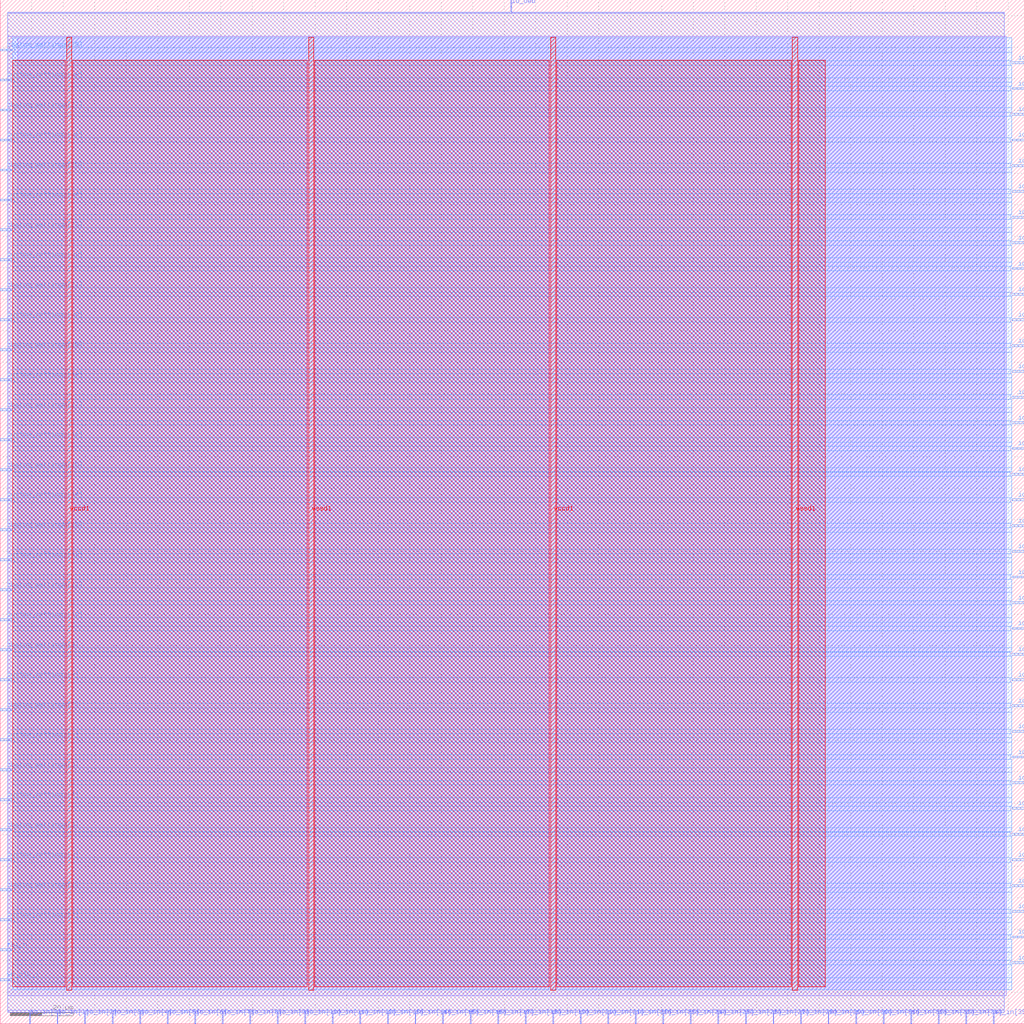
<source format=lef>
VERSION 5.7 ;
  NOWIREEXTENSIONATPIN ON ;
  DIVIDERCHAR "/" ;
  BUSBITCHARS "[]" ;
MACRO wrapped_as1802
  CLASS BLOCK ;
  FOREIGN wrapped_as1802 ;
  ORIGIN 0.000 0.000 ;
  SIZE 325.000 BY 325.000 ;
  PIN custom_settings[0]
    DIRECTION INPUT ;
    USE SIGNAL ;
    ANTENNAGATEAREA 0.196500 ;
    PORT
      LAYER met3 ;
        RECT 0.000 32.680 4.000 33.280 ;
    END
  END custom_settings[0]
  PIN custom_settings[10]
    DIRECTION INPUT ;
    USE SIGNAL ;
    ANTENNAGATEAREA 0.126000 ;
    PORT
      LAYER met3 ;
        RECT 0.000 127.880 4.000 128.480 ;
    END
  END custom_settings[10]
  PIN custom_settings[11]
    DIRECTION INPUT ;
    USE SIGNAL ;
    ANTENNAGATEAREA 0.196500 ;
    PORT
      LAYER met3 ;
        RECT 0.000 137.400 4.000 138.000 ;
    END
  END custom_settings[11]
  PIN custom_settings[12]
    DIRECTION INPUT ;
    USE SIGNAL ;
    ANTENNAGATEAREA 0.196500 ;
    PORT
      LAYER met3 ;
        RECT 0.000 146.920 4.000 147.520 ;
    END
  END custom_settings[12]
  PIN custom_settings[13]
    DIRECTION INPUT ;
    USE SIGNAL ;
    ANTENNAGATEAREA 0.196500 ;
    PORT
      LAYER met3 ;
        RECT 0.000 156.440 4.000 157.040 ;
    END
  END custom_settings[13]
  PIN custom_settings[14]
    DIRECTION INPUT ;
    USE SIGNAL ;
    ANTENNAGATEAREA 0.196500 ;
    PORT
      LAYER met3 ;
        RECT 0.000 165.960 4.000 166.560 ;
    END
  END custom_settings[14]
  PIN custom_settings[15]
    DIRECTION INPUT ;
    USE SIGNAL ;
    ANTENNAGATEAREA 0.196500 ;
    PORT
      LAYER met3 ;
        RECT 0.000 175.480 4.000 176.080 ;
    END
  END custom_settings[15]
  PIN custom_settings[16]
    DIRECTION INPUT ;
    USE SIGNAL ;
    ANTENNAGATEAREA 0.196500 ;
    PORT
      LAYER met3 ;
        RECT 0.000 185.000 4.000 185.600 ;
    END
  END custom_settings[16]
  PIN custom_settings[17]
    DIRECTION INPUT ;
    USE SIGNAL ;
    ANTENNAGATEAREA 0.126000 ;
    PORT
      LAYER met3 ;
        RECT 0.000 194.520 4.000 195.120 ;
    END
  END custom_settings[17]
  PIN custom_settings[18]
    DIRECTION INPUT ;
    USE SIGNAL ;
    ANTENNAGATEAREA 0.213000 ;
    PORT
      LAYER met3 ;
        RECT 0.000 204.040 4.000 204.640 ;
    END
  END custom_settings[18]
  PIN custom_settings[19]
    DIRECTION INPUT ;
    USE SIGNAL ;
    ANTENNAGATEAREA 0.213000 ;
    PORT
      LAYER met3 ;
        RECT 0.000 213.560 4.000 214.160 ;
    END
  END custom_settings[19]
  PIN custom_settings[1]
    DIRECTION INPUT ;
    USE SIGNAL ;
    ANTENNAGATEAREA 0.196500 ;
    PORT
      LAYER met3 ;
        RECT 0.000 42.200 4.000 42.800 ;
    END
  END custom_settings[1]
  PIN custom_settings[20]
    DIRECTION INPUT ;
    USE SIGNAL ;
    ANTENNAGATEAREA 0.196500 ;
    PORT
      LAYER met3 ;
        RECT 0.000 223.080 4.000 223.680 ;
    END
  END custom_settings[20]
  PIN custom_settings[21]
    DIRECTION INPUT ;
    USE SIGNAL ;
    ANTENNAGATEAREA 0.196500 ;
    PORT
      LAYER met3 ;
        RECT 0.000 232.600 4.000 233.200 ;
    END
  END custom_settings[21]
  PIN custom_settings[22]
    DIRECTION INPUT ;
    USE SIGNAL ;
    ANTENNAGATEAREA 0.126000 ;
    PORT
      LAYER met3 ;
        RECT 0.000 242.120 4.000 242.720 ;
    END
  END custom_settings[22]
  PIN custom_settings[23]
    DIRECTION INPUT ;
    USE SIGNAL ;
    ANTENNAGATEAREA 0.126000 ;
    PORT
      LAYER met3 ;
        RECT 0.000 251.640 4.000 252.240 ;
    END
  END custom_settings[23]
  PIN custom_settings[24]
    DIRECTION INPUT ;
    USE SIGNAL ;
    ANTENNAGATEAREA 0.196500 ;
    PORT
      LAYER met3 ;
        RECT 0.000 261.160 4.000 261.760 ;
    END
  END custom_settings[24]
  PIN custom_settings[25]
    DIRECTION INPUT ;
    USE SIGNAL ;
    ANTENNAGATEAREA 0.196500 ;
    PORT
      LAYER met3 ;
        RECT 0.000 270.680 4.000 271.280 ;
    END
  END custom_settings[25]
  PIN custom_settings[26]
    DIRECTION INPUT ;
    USE SIGNAL ;
    ANTENNAGATEAREA 0.213000 ;
    PORT
      LAYER met3 ;
        RECT 0.000 280.200 4.000 280.800 ;
    END
  END custom_settings[26]
  PIN custom_settings[27]
    DIRECTION INPUT ;
    USE SIGNAL ;
    ANTENNAGATEAREA 0.196500 ;
    PORT
      LAYER met3 ;
        RECT 0.000 289.720 4.000 290.320 ;
    END
  END custom_settings[27]
  PIN custom_settings[28]
    DIRECTION INPUT ;
    USE SIGNAL ;
    ANTENNAGATEAREA 0.159000 ;
    PORT
      LAYER met3 ;
        RECT 0.000 299.240 4.000 299.840 ;
    END
  END custom_settings[28]
  PIN custom_settings[29]
    DIRECTION INPUT ;
    USE SIGNAL ;
    ANTENNAGATEAREA 0.159000 ;
    PORT
      LAYER met3 ;
        RECT 0.000 308.760 4.000 309.360 ;
    END
  END custom_settings[29]
  PIN custom_settings[2]
    DIRECTION INPUT ;
    USE SIGNAL ;
    ANTENNAGATEAREA 0.126000 ;
    PORT
      LAYER met3 ;
        RECT 0.000 51.720 4.000 52.320 ;
    END
  END custom_settings[2]
  PIN custom_settings[3]
    DIRECTION INPUT ;
    USE SIGNAL ;
    ANTENNAGATEAREA 0.196500 ;
    PORT
      LAYER met3 ;
        RECT 0.000 61.240 4.000 61.840 ;
    END
  END custom_settings[3]
  PIN custom_settings[4]
    DIRECTION INPUT ;
    USE SIGNAL ;
    ANTENNAGATEAREA 0.196500 ;
    PORT
      LAYER met3 ;
        RECT 0.000 70.760 4.000 71.360 ;
    END
  END custom_settings[4]
  PIN custom_settings[5]
    DIRECTION INPUT ;
    USE SIGNAL ;
    ANTENNAGATEAREA 0.196500 ;
    PORT
      LAYER met3 ;
        RECT 0.000 80.280 4.000 80.880 ;
    END
  END custom_settings[5]
  PIN custom_settings[6]
    DIRECTION INPUT ;
    USE SIGNAL ;
    ANTENNAGATEAREA 0.126000 ;
    PORT
      LAYER met3 ;
        RECT 0.000 89.800 4.000 90.400 ;
    END
  END custom_settings[6]
  PIN custom_settings[7]
    DIRECTION INPUT ;
    USE SIGNAL ;
    ANTENNAGATEAREA 0.196500 ;
    PORT
      LAYER met3 ;
        RECT 0.000 99.320 4.000 99.920 ;
    END
  END custom_settings[7]
  PIN custom_settings[8]
    DIRECTION INPUT ;
    USE SIGNAL ;
    ANTENNAGATEAREA 0.126000 ;
    PORT
      LAYER met3 ;
        RECT 0.000 108.840 4.000 109.440 ;
    END
  END custom_settings[8]
  PIN custom_settings[9]
    DIRECTION INPUT ;
    USE SIGNAL ;
    ANTENNAGATEAREA 0.196500 ;
    PORT
      LAYER met3 ;
        RECT 0.000 118.360 4.000 118.960 ;
    END
  END custom_settings[9]
  PIN io_in[0]
    DIRECTION INPUT ;
    USE SIGNAL ;
    PORT
      LAYER met2 ;
        RECT 9.290 0.000 9.570 4.000 ;
    END
  END io_in[0]
  PIN io_in[10]
    DIRECTION INPUT ;
    USE SIGNAL ;
    PORT
      LAYER met2 ;
        RECT 96.690 0.000 96.970 4.000 ;
    END
  END io_in[10]
  PIN io_in[11]
    DIRECTION INPUT ;
    USE SIGNAL ;
    ANTENNAGATEAREA 0.213000 ;
    PORT
      LAYER met2 ;
        RECT 105.430 0.000 105.710 4.000 ;
    END
  END io_in[11]
  PIN io_in[12]
    DIRECTION INPUT ;
    USE SIGNAL ;
    ANTENNAGATEAREA 0.213000 ;
    PORT
      LAYER met2 ;
        RECT 114.170 0.000 114.450 4.000 ;
    END
  END io_in[12]
  PIN io_in[13]
    DIRECTION INPUT ;
    USE SIGNAL ;
    ANTENNAGATEAREA 0.213000 ;
    PORT
      LAYER met2 ;
        RECT 122.910 0.000 123.190 4.000 ;
    END
  END io_in[13]
  PIN io_in[14]
    DIRECTION INPUT ;
    USE SIGNAL ;
    ANTENNAGATEAREA 0.213000 ;
    PORT
      LAYER met2 ;
        RECT 131.650 0.000 131.930 4.000 ;
    END
  END io_in[14]
  PIN io_in[15]
    DIRECTION INPUT ;
    USE SIGNAL ;
    ANTENNAGATEAREA 0.213000 ;
    PORT
      LAYER met2 ;
        RECT 140.390 0.000 140.670 4.000 ;
    END
  END io_in[15]
  PIN io_in[16]
    DIRECTION INPUT ;
    USE SIGNAL ;
    ANTENNAGATEAREA 0.213000 ;
    PORT
      LAYER met2 ;
        RECT 149.130 0.000 149.410 4.000 ;
    END
  END io_in[16]
  PIN io_in[17]
    DIRECTION INPUT ;
    USE SIGNAL ;
    ANTENNAGATEAREA 0.213000 ;
    PORT
      LAYER met2 ;
        RECT 157.870 0.000 158.150 4.000 ;
    END
  END io_in[17]
  PIN io_in[18]
    DIRECTION INPUT ;
    USE SIGNAL ;
    ANTENNAGATEAREA 0.213000 ;
    PORT
      LAYER met2 ;
        RECT 166.610 0.000 166.890 4.000 ;
    END
  END io_in[18]
  PIN io_in[19]
    DIRECTION INPUT ;
    USE SIGNAL ;
    PORT
      LAYER met2 ;
        RECT 175.350 0.000 175.630 4.000 ;
    END
  END io_in[19]
  PIN io_in[1]
    DIRECTION INPUT ;
    USE SIGNAL ;
    PORT
      LAYER met2 ;
        RECT 18.030 0.000 18.310 4.000 ;
    END
  END io_in[1]
  PIN io_in[20]
    DIRECTION INPUT ;
    USE SIGNAL ;
    PORT
      LAYER met2 ;
        RECT 184.090 0.000 184.370 4.000 ;
    END
  END io_in[20]
  PIN io_in[21]
    DIRECTION INPUT ;
    USE SIGNAL ;
    PORT
      LAYER met2 ;
        RECT 192.830 0.000 193.110 4.000 ;
    END
  END io_in[21]
  PIN io_in[22]
    DIRECTION INPUT ;
    USE SIGNAL ;
    PORT
      LAYER met2 ;
        RECT 201.570 0.000 201.850 4.000 ;
    END
  END io_in[22]
  PIN io_in[23]
    DIRECTION INPUT ;
    USE SIGNAL ;
    PORT
      LAYER met2 ;
        RECT 210.310 0.000 210.590 4.000 ;
    END
  END io_in[23]
  PIN io_in[24]
    DIRECTION INPUT ;
    USE SIGNAL ;
    PORT
      LAYER met2 ;
        RECT 219.050 0.000 219.330 4.000 ;
    END
  END io_in[24]
  PIN io_in[25]
    DIRECTION INPUT ;
    USE SIGNAL ;
    ANTENNAGATEAREA 0.196500 ;
    PORT
      LAYER met2 ;
        RECT 227.790 0.000 228.070 4.000 ;
    END
  END io_in[25]
  PIN io_in[26]
    DIRECTION INPUT ;
    USE SIGNAL ;
    ANTENNAGATEAREA 0.196500 ;
    PORT
      LAYER met2 ;
        RECT 236.530 0.000 236.810 4.000 ;
    END
  END io_in[26]
  PIN io_in[27]
    DIRECTION INPUT ;
    USE SIGNAL ;
    ANTENNAGATEAREA 0.196500 ;
    PORT
      LAYER met2 ;
        RECT 245.270 0.000 245.550 4.000 ;
    END
  END io_in[27]
  PIN io_in[28]
    DIRECTION INPUT ;
    USE SIGNAL ;
    ANTENNAGATEAREA 0.196500 ;
    PORT
      LAYER met2 ;
        RECT 254.010 0.000 254.290 4.000 ;
    END
  END io_in[28]
  PIN io_in[29]
    DIRECTION INPUT ;
    USE SIGNAL ;
    ANTENNAGATEAREA 0.196500 ;
    PORT
      LAYER met2 ;
        RECT 262.750 0.000 263.030 4.000 ;
    END
  END io_in[29]
  PIN io_in[2]
    DIRECTION INPUT ;
    USE SIGNAL ;
    PORT
      LAYER met2 ;
        RECT 26.770 0.000 27.050 4.000 ;
    END
  END io_in[2]
  PIN io_in[30]
    DIRECTION INPUT ;
    USE SIGNAL ;
    PORT
      LAYER met2 ;
        RECT 271.490 0.000 271.770 4.000 ;
    END
  END io_in[30]
  PIN io_in[31]
    DIRECTION INPUT ;
    USE SIGNAL ;
    PORT
      LAYER met2 ;
        RECT 280.230 0.000 280.510 4.000 ;
    END
  END io_in[31]
  PIN io_in[32]
    DIRECTION INPUT ;
    USE SIGNAL ;
    PORT
      LAYER met2 ;
        RECT 288.970 0.000 289.250 4.000 ;
    END
  END io_in[32]
  PIN io_in[33]
    DIRECTION INPUT ;
    USE SIGNAL ;
    PORT
      LAYER met2 ;
        RECT 297.710 0.000 297.990 4.000 ;
    END
  END io_in[33]
  PIN io_in[34]
    DIRECTION INPUT ;
    USE SIGNAL ;
    PORT
      LAYER met2 ;
        RECT 306.450 0.000 306.730 4.000 ;
    END
  END io_in[34]
  PIN io_in[35]
    DIRECTION INPUT ;
    USE SIGNAL ;
    PORT
      LAYER met2 ;
        RECT 315.190 0.000 315.470 4.000 ;
    END
  END io_in[35]
  PIN io_in[3]
    DIRECTION INPUT ;
    USE SIGNAL ;
    PORT
      LAYER met2 ;
        RECT 35.510 0.000 35.790 4.000 ;
    END
  END io_in[3]
  PIN io_in[4]
    DIRECTION INPUT ;
    USE SIGNAL ;
    PORT
      LAYER met2 ;
        RECT 44.250 0.000 44.530 4.000 ;
    END
  END io_in[4]
  PIN io_in[5]
    DIRECTION INPUT ;
    USE SIGNAL ;
    PORT
      LAYER met2 ;
        RECT 52.990 0.000 53.270 4.000 ;
    END
  END io_in[5]
  PIN io_in[6]
    DIRECTION INPUT ;
    USE SIGNAL ;
    PORT
      LAYER met2 ;
        RECT 61.730 0.000 62.010 4.000 ;
    END
  END io_in[6]
  PIN io_in[7]
    DIRECTION INPUT ;
    USE SIGNAL ;
    PORT
      LAYER met2 ;
        RECT 70.470 0.000 70.750 4.000 ;
    END
  END io_in[7]
  PIN io_in[8]
    DIRECTION INPUT ;
    USE SIGNAL ;
    PORT
      LAYER met2 ;
        RECT 79.210 0.000 79.490 4.000 ;
    END
  END io_in[8]
  PIN io_in[9]
    DIRECTION INPUT ;
    USE SIGNAL ;
    PORT
      LAYER met2 ;
        RECT 87.950 0.000 88.230 4.000 ;
    END
  END io_in[9]
  PIN io_oeb
    DIRECTION OUTPUT TRISTATE ;
    USE SIGNAL ;
    ANTENNADIFFAREA 2.673000 ;
    PORT
      LAYER met2 ;
        RECT 162.010 321.000 162.290 325.000 ;
    END
  END io_oeb
  PIN io_out[0]
    DIRECTION OUTPUT TRISTATE ;
    USE SIGNAL ;
    ANTENNADIFFAREA 2.673000 ;
    PORT
      LAYER met3 ;
        RECT 321.000 19.080 325.000 19.680 ;
    END
  END io_out[0]
  PIN io_out[10]
    DIRECTION OUTPUT TRISTATE ;
    USE SIGNAL ;
    ANTENNADIFFAREA 2.673000 ;
    PORT
      LAYER met3 ;
        RECT 321.000 100.680 325.000 101.280 ;
    END
  END io_out[10]
  PIN io_out[11]
    DIRECTION OUTPUT TRISTATE ;
    USE SIGNAL ;
    ANTENNADIFFAREA 2.673000 ;
    PORT
      LAYER met3 ;
        RECT 321.000 108.840 325.000 109.440 ;
    END
  END io_out[11]
  PIN io_out[12]
    DIRECTION OUTPUT TRISTATE ;
    USE SIGNAL ;
    ANTENNADIFFAREA 2.673000 ;
    PORT
      LAYER met3 ;
        RECT 321.000 117.000 325.000 117.600 ;
    END
  END io_out[12]
  PIN io_out[13]
    DIRECTION OUTPUT TRISTATE ;
    USE SIGNAL ;
    ANTENNADIFFAREA 2.673000 ;
    PORT
      LAYER met3 ;
        RECT 321.000 125.160 325.000 125.760 ;
    END
  END io_out[13]
  PIN io_out[14]
    DIRECTION OUTPUT TRISTATE ;
    USE SIGNAL ;
    ANTENNADIFFAREA 2.673000 ;
    PORT
      LAYER met3 ;
        RECT 321.000 133.320 325.000 133.920 ;
    END
  END io_out[14]
  PIN io_out[15]
    DIRECTION OUTPUT TRISTATE ;
    USE SIGNAL ;
    ANTENNADIFFAREA 2.673000 ;
    PORT
      LAYER met3 ;
        RECT 321.000 141.480 325.000 142.080 ;
    END
  END io_out[15]
  PIN io_out[16]
    DIRECTION OUTPUT TRISTATE ;
    USE SIGNAL ;
    ANTENNADIFFAREA 2.673000 ;
    PORT
      LAYER met3 ;
        RECT 321.000 149.640 325.000 150.240 ;
    END
  END io_out[16]
  PIN io_out[17]
    DIRECTION OUTPUT TRISTATE ;
    USE SIGNAL ;
    ANTENNADIFFAREA 2.673000 ;
    PORT
      LAYER met3 ;
        RECT 321.000 157.800 325.000 158.400 ;
    END
  END io_out[17]
  PIN io_out[18]
    DIRECTION OUTPUT TRISTATE ;
    USE SIGNAL ;
    ANTENNADIFFAREA 2.673000 ;
    PORT
      LAYER met3 ;
        RECT 321.000 165.960 325.000 166.560 ;
    END
  END io_out[18]
  PIN io_out[19]
    DIRECTION OUTPUT TRISTATE ;
    USE SIGNAL ;
    ANTENNADIFFAREA 2.673000 ;
    PORT
      LAYER met3 ;
        RECT 321.000 174.120 325.000 174.720 ;
    END
  END io_out[19]
  PIN io_out[1]
    DIRECTION OUTPUT TRISTATE ;
    USE SIGNAL ;
    ANTENNADIFFAREA 2.673000 ;
    PORT
      LAYER met3 ;
        RECT 321.000 27.240 325.000 27.840 ;
    END
  END io_out[1]
  PIN io_out[20]
    DIRECTION OUTPUT TRISTATE ;
    USE SIGNAL ;
    ANTENNADIFFAREA 0.340600 ;
    PORT
      LAYER met3 ;
        RECT 321.000 182.280 325.000 182.880 ;
    END
  END io_out[20]
  PIN io_out[21]
    DIRECTION OUTPUT TRISTATE ;
    USE SIGNAL ;
    ANTENNADIFFAREA 2.673000 ;
    PORT
      LAYER met3 ;
        RECT 321.000 190.440 325.000 191.040 ;
    END
  END io_out[21]
  PIN io_out[22]
    DIRECTION OUTPUT TRISTATE ;
    USE SIGNAL ;
    ANTENNADIFFAREA 2.673000 ;
    PORT
      LAYER met3 ;
        RECT 321.000 198.600 325.000 199.200 ;
    END
  END io_out[22]
  PIN io_out[23]
    DIRECTION OUTPUT TRISTATE ;
    USE SIGNAL ;
    ANTENNADIFFAREA 2.673000 ;
    PORT
      LAYER met3 ;
        RECT 321.000 206.760 325.000 207.360 ;
    END
  END io_out[23]
  PIN io_out[24]
    DIRECTION OUTPUT TRISTATE ;
    USE SIGNAL ;
    ANTENNADIFFAREA 2.673000 ;
    PORT
      LAYER met3 ;
        RECT 321.000 214.920 325.000 215.520 ;
    END
  END io_out[24]
  PIN io_out[25]
    DIRECTION OUTPUT TRISTATE ;
    USE SIGNAL ;
    PORT
      LAYER met3 ;
        RECT 321.000 223.080 325.000 223.680 ;
    END
  END io_out[25]
  PIN io_out[26]
    DIRECTION OUTPUT TRISTATE ;
    USE SIGNAL ;
    PORT
      LAYER met3 ;
        RECT 321.000 231.240 325.000 231.840 ;
    END
  END io_out[26]
  PIN io_out[27]
    DIRECTION OUTPUT TRISTATE ;
    USE SIGNAL ;
    PORT
      LAYER met3 ;
        RECT 321.000 239.400 325.000 240.000 ;
    END
  END io_out[27]
  PIN io_out[28]
    DIRECTION OUTPUT TRISTATE ;
    USE SIGNAL ;
    PORT
      LAYER met3 ;
        RECT 321.000 247.560 325.000 248.160 ;
    END
  END io_out[28]
  PIN io_out[29]
    DIRECTION OUTPUT TRISTATE ;
    USE SIGNAL ;
    PORT
      LAYER met3 ;
        RECT 321.000 255.720 325.000 256.320 ;
    END
  END io_out[29]
  PIN io_out[2]
    DIRECTION OUTPUT TRISTATE ;
    USE SIGNAL ;
    ANTENNADIFFAREA 2.673000 ;
    PORT
      LAYER met3 ;
        RECT 321.000 35.400 325.000 36.000 ;
    END
  END io_out[2]
  PIN io_out[30]
    DIRECTION OUTPUT TRISTATE ;
    USE SIGNAL ;
    ANTENNADIFFAREA 2.673000 ;
    PORT
      LAYER met3 ;
        RECT 321.000 263.880 325.000 264.480 ;
    END
  END io_out[30]
  PIN io_out[31]
    DIRECTION OUTPUT TRISTATE ;
    USE SIGNAL ;
    ANTENNADIFFAREA 2.673000 ;
    PORT
      LAYER met3 ;
        RECT 321.000 272.040 325.000 272.640 ;
    END
  END io_out[31]
  PIN io_out[32]
    DIRECTION OUTPUT TRISTATE ;
    USE SIGNAL ;
    ANTENNADIFFAREA 2.673000 ;
    PORT
      LAYER met3 ;
        RECT 321.000 280.200 325.000 280.800 ;
    END
  END io_out[32]
  PIN io_out[33]
    DIRECTION OUTPUT TRISTATE ;
    USE SIGNAL ;
    ANTENNADIFFAREA 2.673000 ;
    PORT
      LAYER met3 ;
        RECT 321.000 288.360 325.000 288.960 ;
    END
  END io_out[33]
  PIN io_out[34]
    DIRECTION OUTPUT TRISTATE ;
    USE SIGNAL ;
    ANTENNADIFFAREA 2.673000 ;
    PORT
      LAYER met3 ;
        RECT 321.000 296.520 325.000 297.120 ;
    END
  END io_out[34]
  PIN io_out[35]
    DIRECTION OUTPUT TRISTATE ;
    USE SIGNAL ;
    ANTENNADIFFAREA 2.673000 ;
    PORT
      LAYER met3 ;
        RECT 321.000 304.680 325.000 305.280 ;
    END
  END io_out[35]
  PIN io_out[3]
    DIRECTION OUTPUT TRISTATE ;
    USE SIGNAL ;
    ANTENNADIFFAREA 2.673000 ;
    PORT
      LAYER met3 ;
        RECT 321.000 43.560 325.000 44.160 ;
    END
  END io_out[3]
  PIN io_out[4]
    DIRECTION OUTPUT TRISTATE ;
    USE SIGNAL ;
    ANTENNADIFFAREA 2.673000 ;
    PORT
      LAYER met3 ;
        RECT 321.000 51.720 325.000 52.320 ;
    END
  END io_out[4]
  PIN io_out[5]
    DIRECTION OUTPUT TRISTATE ;
    USE SIGNAL ;
    ANTENNADIFFAREA 2.673000 ;
    PORT
      LAYER met3 ;
        RECT 321.000 59.880 325.000 60.480 ;
    END
  END io_out[5]
  PIN io_out[6]
    DIRECTION OUTPUT TRISTATE ;
    USE SIGNAL ;
    ANTENNADIFFAREA 2.673000 ;
    PORT
      LAYER met3 ;
        RECT 321.000 68.040 325.000 68.640 ;
    END
  END io_out[6]
  PIN io_out[7]
    DIRECTION OUTPUT TRISTATE ;
    USE SIGNAL ;
    ANTENNADIFFAREA 2.673000 ;
    PORT
      LAYER met3 ;
        RECT 321.000 76.200 325.000 76.800 ;
    END
  END io_out[7]
  PIN io_out[8]
    DIRECTION OUTPUT TRISTATE ;
    USE SIGNAL ;
    ANTENNADIFFAREA 2.673000 ;
    PORT
      LAYER met3 ;
        RECT 321.000 84.360 325.000 84.960 ;
    END
  END io_out[8]
  PIN io_out[9]
    DIRECTION OUTPUT TRISTATE ;
    USE SIGNAL ;
    ANTENNADIFFAREA 2.673000 ;
    PORT
      LAYER met3 ;
        RECT 321.000 92.520 325.000 93.120 ;
    END
  END io_out[9]
  PIN rst_n
    DIRECTION INPUT ;
    USE SIGNAL ;
    ANTENNAGATEAREA 0.159000 ;
    PORT
      LAYER met3 ;
        RECT 0.000 23.160 4.000 23.760 ;
    END
  END rst_n
  PIN vccd1
    DIRECTION INOUT ;
    USE POWER ;
    PORT
      LAYER met4 ;
        RECT 21.040 10.640 22.640 313.040 ;
    END
    PORT
      LAYER met4 ;
        RECT 174.640 10.640 176.240 313.040 ;
    END
  END vccd1
  PIN vssd1
    DIRECTION INOUT ;
    USE GROUND ;
    PORT
      LAYER met4 ;
        RECT 97.840 10.640 99.440 313.040 ;
    END
    PORT
      LAYER met4 ;
        RECT 251.440 10.640 253.040 313.040 ;
    END
  END vssd1
  PIN wb_clk_i
    DIRECTION INPUT ;
    USE SIGNAL ;
    ANTENNAGATEAREA 0.852000 ;
    PORT
      LAYER met3 ;
        RECT 0.000 13.640 4.000 14.240 ;
    END
  END wb_clk_i
  OBS
      LAYER li1 ;
        RECT 5.520 10.795 319.240 312.885 ;
      LAYER met1 ;
        RECT 2.370 8.880 319.240 313.440 ;
      LAYER met2 ;
        RECT 2.400 320.720 161.730 321.000 ;
        RECT 162.570 320.720 318.690 321.000 ;
        RECT 2.400 4.280 318.690 320.720 ;
        RECT 2.400 3.670 9.010 4.280 ;
        RECT 9.850 3.670 17.750 4.280 ;
        RECT 18.590 3.670 26.490 4.280 ;
        RECT 27.330 3.670 35.230 4.280 ;
        RECT 36.070 3.670 43.970 4.280 ;
        RECT 44.810 3.670 52.710 4.280 ;
        RECT 53.550 3.670 61.450 4.280 ;
        RECT 62.290 3.670 70.190 4.280 ;
        RECT 71.030 3.670 78.930 4.280 ;
        RECT 79.770 3.670 87.670 4.280 ;
        RECT 88.510 3.670 96.410 4.280 ;
        RECT 97.250 3.670 105.150 4.280 ;
        RECT 105.990 3.670 113.890 4.280 ;
        RECT 114.730 3.670 122.630 4.280 ;
        RECT 123.470 3.670 131.370 4.280 ;
        RECT 132.210 3.670 140.110 4.280 ;
        RECT 140.950 3.670 148.850 4.280 ;
        RECT 149.690 3.670 157.590 4.280 ;
        RECT 158.430 3.670 166.330 4.280 ;
        RECT 167.170 3.670 175.070 4.280 ;
        RECT 175.910 3.670 183.810 4.280 ;
        RECT 184.650 3.670 192.550 4.280 ;
        RECT 193.390 3.670 201.290 4.280 ;
        RECT 202.130 3.670 210.030 4.280 ;
        RECT 210.870 3.670 218.770 4.280 ;
        RECT 219.610 3.670 227.510 4.280 ;
        RECT 228.350 3.670 236.250 4.280 ;
        RECT 237.090 3.670 244.990 4.280 ;
        RECT 245.830 3.670 253.730 4.280 ;
        RECT 254.570 3.670 262.470 4.280 ;
        RECT 263.310 3.670 271.210 4.280 ;
        RECT 272.050 3.670 279.950 4.280 ;
        RECT 280.790 3.670 288.690 4.280 ;
        RECT 289.530 3.670 297.430 4.280 ;
        RECT 298.270 3.670 306.170 4.280 ;
        RECT 307.010 3.670 314.910 4.280 ;
        RECT 315.750 3.670 318.690 4.280 ;
      LAYER met3 ;
        RECT 3.950 309.760 321.000 312.965 ;
        RECT 4.400 308.360 321.000 309.760 ;
        RECT 3.950 305.680 321.000 308.360 ;
        RECT 3.950 304.280 320.600 305.680 ;
        RECT 3.950 300.240 321.000 304.280 ;
        RECT 4.400 298.840 321.000 300.240 ;
        RECT 3.950 297.520 321.000 298.840 ;
        RECT 3.950 296.120 320.600 297.520 ;
        RECT 3.950 290.720 321.000 296.120 ;
        RECT 4.400 289.360 321.000 290.720 ;
        RECT 4.400 289.320 320.600 289.360 ;
        RECT 3.950 287.960 320.600 289.320 ;
        RECT 3.950 281.200 321.000 287.960 ;
        RECT 4.400 279.800 320.600 281.200 ;
        RECT 3.950 273.040 321.000 279.800 ;
        RECT 3.950 271.680 320.600 273.040 ;
        RECT 4.400 271.640 320.600 271.680 ;
        RECT 4.400 270.280 321.000 271.640 ;
        RECT 3.950 264.880 321.000 270.280 ;
        RECT 3.950 263.480 320.600 264.880 ;
        RECT 3.950 262.160 321.000 263.480 ;
        RECT 4.400 260.760 321.000 262.160 ;
        RECT 3.950 256.720 321.000 260.760 ;
        RECT 3.950 255.320 320.600 256.720 ;
        RECT 3.950 252.640 321.000 255.320 ;
        RECT 4.400 251.240 321.000 252.640 ;
        RECT 3.950 248.560 321.000 251.240 ;
        RECT 3.950 247.160 320.600 248.560 ;
        RECT 3.950 243.120 321.000 247.160 ;
        RECT 4.400 241.720 321.000 243.120 ;
        RECT 3.950 240.400 321.000 241.720 ;
        RECT 3.950 239.000 320.600 240.400 ;
        RECT 3.950 233.600 321.000 239.000 ;
        RECT 4.400 232.240 321.000 233.600 ;
        RECT 4.400 232.200 320.600 232.240 ;
        RECT 3.950 230.840 320.600 232.200 ;
        RECT 3.950 224.080 321.000 230.840 ;
        RECT 4.400 222.680 320.600 224.080 ;
        RECT 3.950 215.920 321.000 222.680 ;
        RECT 3.950 214.560 320.600 215.920 ;
        RECT 4.400 214.520 320.600 214.560 ;
        RECT 4.400 213.160 321.000 214.520 ;
        RECT 3.950 207.760 321.000 213.160 ;
        RECT 3.950 206.360 320.600 207.760 ;
        RECT 3.950 205.040 321.000 206.360 ;
        RECT 4.400 203.640 321.000 205.040 ;
        RECT 3.950 199.600 321.000 203.640 ;
        RECT 3.950 198.200 320.600 199.600 ;
        RECT 3.950 195.520 321.000 198.200 ;
        RECT 4.400 194.120 321.000 195.520 ;
        RECT 3.950 191.440 321.000 194.120 ;
        RECT 3.950 190.040 320.600 191.440 ;
        RECT 3.950 186.000 321.000 190.040 ;
        RECT 4.400 184.600 321.000 186.000 ;
        RECT 3.950 183.280 321.000 184.600 ;
        RECT 3.950 181.880 320.600 183.280 ;
        RECT 3.950 176.480 321.000 181.880 ;
        RECT 4.400 175.120 321.000 176.480 ;
        RECT 4.400 175.080 320.600 175.120 ;
        RECT 3.950 173.720 320.600 175.080 ;
        RECT 3.950 166.960 321.000 173.720 ;
        RECT 4.400 165.560 320.600 166.960 ;
        RECT 3.950 158.800 321.000 165.560 ;
        RECT 3.950 157.440 320.600 158.800 ;
        RECT 4.400 157.400 320.600 157.440 ;
        RECT 4.400 156.040 321.000 157.400 ;
        RECT 3.950 150.640 321.000 156.040 ;
        RECT 3.950 149.240 320.600 150.640 ;
        RECT 3.950 147.920 321.000 149.240 ;
        RECT 4.400 146.520 321.000 147.920 ;
        RECT 3.950 142.480 321.000 146.520 ;
        RECT 3.950 141.080 320.600 142.480 ;
        RECT 3.950 138.400 321.000 141.080 ;
        RECT 4.400 137.000 321.000 138.400 ;
        RECT 3.950 134.320 321.000 137.000 ;
        RECT 3.950 132.920 320.600 134.320 ;
        RECT 3.950 128.880 321.000 132.920 ;
        RECT 4.400 127.480 321.000 128.880 ;
        RECT 3.950 126.160 321.000 127.480 ;
        RECT 3.950 124.760 320.600 126.160 ;
        RECT 3.950 119.360 321.000 124.760 ;
        RECT 4.400 118.000 321.000 119.360 ;
        RECT 4.400 117.960 320.600 118.000 ;
        RECT 3.950 116.600 320.600 117.960 ;
        RECT 3.950 109.840 321.000 116.600 ;
        RECT 4.400 108.440 320.600 109.840 ;
        RECT 3.950 101.680 321.000 108.440 ;
        RECT 3.950 100.320 320.600 101.680 ;
        RECT 4.400 100.280 320.600 100.320 ;
        RECT 4.400 98.920 321.000 100.280 ;
        RECT 3.950 93.520 321.000 98.920 ;
        RECT 3.950 92.120 320.600 93.520 ;
        RECT 3.950 90.800 321.000 92.120 ;
        RECT 4.400 89.400 321.000 90.800 ;
        RECT 3.950 85.360 321.000 89.400 ;
        RECT 3.950 83.960 320.600 85.360 ;
        RECT 3.950 81.280 321.000 83.960 ;
        RECT 4.400 79.880 321.000 81.280 ;
        RECT 3.950 77.200 321.000 79.880 ;
        RECT 3.950 75.800 320.600 77.200 ;
        RECT 3.950 71.760 321.000 75.800 ;
        RECT 4.400 70.360 321.000 71.760 ;
        RECT 3.950 69.040 321.000 70.360 ;
        RECT 3.950 67.640 320.600 69.040 ;
        RECT 3.950 62.240 321.000 67.640 ;
        RECT 4.400 60.880 321.000 62.240 ;
        RECT 4.400 60.840 320.600 60.880 ;
        RECT 3.950 59.480 320.600 60.840 ;
        RECT 3.950 52.720 321.000 59.480 ;
        RECT 4.400 51.320 320.600 52.720 ;
        RECT 3.950 44.560 321.000 51.320 ;
        RECT 3.950 43.200 320.600 44.560 ;
        RECT 4.400 43.160 320.600 43.200 ;
        RECT 4.400 41.800 321.000 43.160 ;
        RECT 3.950 36.400 321.000 41.800 ;
        RECT 3.950 35.000 320.600 36.400 ;
        RECT 3.950 33.680 321.000 35.000 ;
        RECT 4.400 32.280 321.000 33.680 ;
        RECT 3.950 28.240 321.000 32.280 ;
        RECT 3.950 26.840 320.600 28.240 ;
        RECT 3.950 24.160 321.000 26.840 ;
        RECT 4.400 22.760 321.000 24.160 ;
        RECT 3.950 20.080 321.000 22.760 ;
        RECT 3.950 18.680 320.600 20.080 ;
        RECT 3.950 14.640 321.000 18.680 ;
        RECT 4.400 13.240 321.000 14.640 ;
        RECT 3.950 10.715 321.000 13.240 ;
      LAYER met4 ;
        RECT 3.975 11.735 20.640 305.825 ;
        RECT 23.040 11.735 97.440 305.825 ;
        RECT 99.840 11.735 174.240 305.825 ;
        RECT 176.640 11.735 251.040 305.825 ;
        RECT 253.440 11.735 261.905 305.825 ;
  END
END wrapped_as1802
END LIBRARY


</source>
